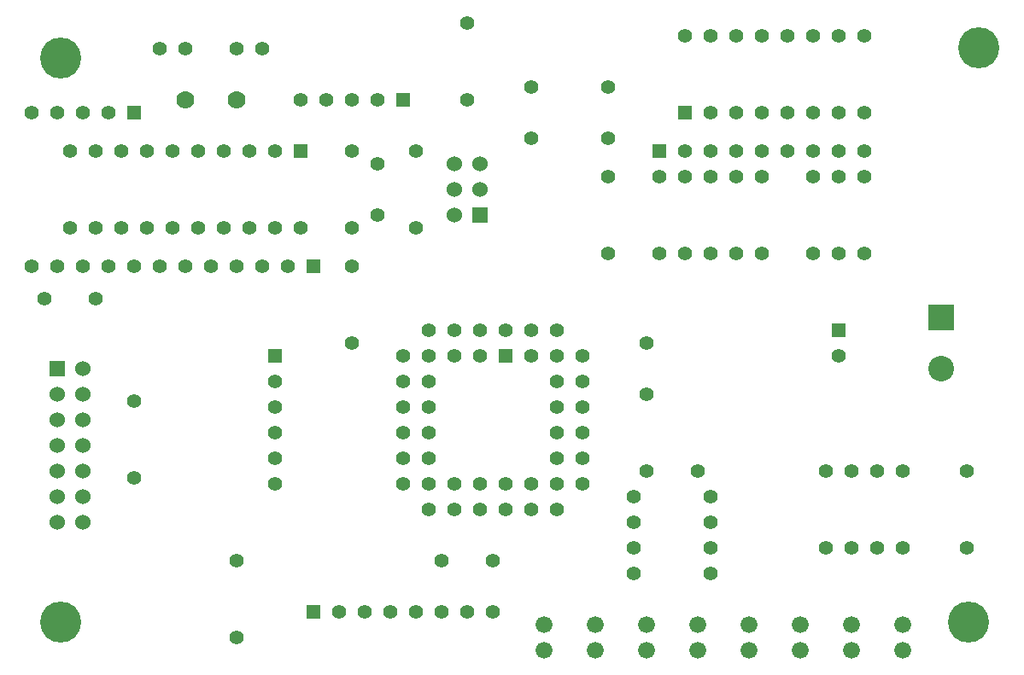
<source format=gtl>
%TF.GenerationSoftware,KiCad,Pcbnew,(5.1.9-0-10_14)*%
%TF.CreationDate,2021-04-13T22:01:43-04:00*%
%TF.ProjectId,Xilinx_XC9536XL_EVB,58696c69-6e78-45f5-9843-39353336584c,rev?*%
%TF.SameCoordinates,Original*%
%TF.FileFunction,Copper,L1,Top*%
%TF.FilePolarity,Positive*%
%FSLAX46Y46*%
G04 Gerber Fmt 4.6, Leading zero omitted, Abs format (unit mm)*
G04 Created by KiCad (PCBNEW (5.1.9-0-10_14)) date 2021-04-13 22:01:43*
%MOMM*%
%LPD*%
G01*
G04 APERTURE LIST*
%TA.AperFunction,ComponentPad*%
%ADD10R,2.540000X2.540000*%
%TD*%
%TA.AperFunction,ComponentPad*%
%ADD11C,2.540000*%
%TD*%
%TA.AperFunction,ComponentPad*%
%ADD12R,1.397000X1.397000*%
%TD*%
%TA.AperFunction,ComponentPad*%
%ADD13C,1.397000*%
%TD*%
%TA.AperFunction,ComponentPad*%
%ADD14R,1.524000X1.524000*%
%TD*%
%TA.AperFunction,ComponentPad*%
%ADD15C,1.524000*%
%TD*%
%TA.AperFunction,ComponentPad*%
%ADD16C,4.064000*%
%TD*%
%TA.AperFunction,ComponentPad*%
%ADD17C,1.778000*%
%TD*%
%TA.AperFunction,ComponentPad*%
%ADD18C,1.676400*%
%TD*%
G04 APERTURE END LIST*
D10*
%TO.P,P2,1*%
%TO.N,+3.3V*%
X142240000Y-50800000D03*
D11*
%TO.P,P2,2*%
%TO.N,GND*%
X142240000Y-55880000D03*
%TD*%
D12*
%TO.P,C4,1*%
%TO.N,+3.3V*%
X132080000Y-52070000D03*
D13*
%TO.P,C4,2*%
%TO.N,GND*%
X132080000Y-54610000D03*
%TD*%
%TO.P,C5,1*%
%TO.N,N-000055*%
X58420000Y-48895000D03*
%TO.P,C5,2*%
%TO.N,GND*%
X53340000Y-48895000D03*
%TD*%
%TO.P,C3,1*%
%TO.N,+3.3V*%
X113030000Y-66040000D03*
%TO.P,C3,2*%
%TO.N,GND*%
X118110000Y-66040000D03*
%TD*%
%TO.P,C2,1*%
%TO.N,+3.3V*%
X113030000Y-53340000D03*
%TO.P,C2,2*%
%TO.N,GND*%
X113030000Y-58420000D03*
%TD*%
%TO.P,C1,1*%
%TO.N,+3.3V*%
X92710000Y-74930000D03*
%TO.P,C1,2*%
%TO.N,GND*%
X97790000Y-74930000D03*
%TD*%
D14*
%TO.P,P1,1*%
%TO.N,GND*%
X54610000Y-55880000D03*
D15*
%TO.P,P1,2*%
%TO.N,N-000055*%
X57150000Y-55880000D03*
%TO.P,P1,3*%
%TO.N,GND*%
X54610000Y-58420000D03*
%TO.P,P1,4*%
%TO.N,/TMS*%
X57150000Y-58420000D03*
%TO.P,P1,5*%
%TO.N,GND*%
X54610000Y-60960000D03*
%TO.P,P1,6*%
%TO.N,/TCK*%
X57150000Y-60960000D03*
%TO.P,P1,7*%
%TO.N,GND*%
X54610000Y-63500000D03*
%TO.P,P1,8*%
%TO.N,N-000047*%
X57150000Y-63500000D03*
%TO.P,P1,9*%
%TO.N,GND*%
X54610000Y-66040000D03*
%TO.P,P1,10*%
%TO.N,N-000048*%
X57150000Y-66040000D03*
%TO.P,P1,11*%
%TO.N,GND*%
X54610000Y-68580000D03*
%TO.P,P1,12*%
%TO.N,N/C*%
X57150000Y-68580000D03*
%TO.P,P1,13*%
%TO.N,GND*%
X54610000Y-71120000D03*
%TO.P,P1,14*%
%TO.N,N/C*%
X57150000Y-71120000D03*
%TD*%
D12*
%TO.P,U1,1*%
%TO.N,/S2*%
X99060000Y-54610000D03*
D13*
%TO.P,U1,2*%
%TO.N,/RESET*%
X96520000Y-52070000D03*
%TO.P,U1,3*%
%TO.N,N-000025*%
X96520000Y-54610000D03*
%TO.P,U1,4*%
%TO.N,/MISO*%
X93980000Y-52070000D03*
%TO.P,U1,5*%
%TO.N,/SCK*%
X93980000Y-54610000D03*
%TO.P,U1,6*%
%TO.N,/MOSI*%
X91440000Y-52070000D03*
%TO.P,U1,7*%
%TO.N,N-000071*%
X88900000Y-54610000D03*
%TO.P,U1,8*%
%TO.N,N-000004*%
X91440000Y-54610000D03*
%TO.P,U1,9*%
%TO.N,N-000005*%
X88900000Y-57150000D03*
%TO.P,U1,10*%
%TO.N,GND*%
X91440000Y-57150000D03*
%TO.P,U1,11*%
%TO.N,N-000007*%
X88900000Y-59690000D03*
%TO.P,U1,12*%
%TO.N,N-000008*%
X91440000Y-59690000D03*
%TO.P,U1,13*%
%TO.N,N-000010*%
X88900000Y-62230000D03*
%TO.P,U1,14*%
%TO.N,N-000011*%
X91440000Y-62230000D03*
%TO.P,U1,15*%
%TO.N,/TDI*%
X88900000Y-64770000D03*
%TO.P,U1,16*%
%TO.N,/TMS*%
X91440000Y-64770000D03*
%TO.P,U1,17*%
%TO.N,/TCK*%
X88900000Y-67310000D03*
%TO.P,U1,18*%
%TO.N,/O2*%
X91440000Y-69850000D03*
%TO.P,U1,19*%
%TO.N,/O1*%
X91440000Y-67310000D03*
%TO.P,U1,20*%
%TO.N,/O3*%
X93980000Y-69850000D03*
%TO.P,U1,21*%
%TO.N,+3.3V*%
X93980000Y-67310000D03*
%TO.P,U1,22*%
%TO.N,/O4*%
X96520000Y-69850000D03*
%TO.P,U1,23*%
%TO.N,GND*%
X96520000Y-67310000D03*
%TO.P,U1,24*%
%TO.N,/O6*%
X99060000Y-69850000D03*
%TO.P,U1,25*%
%TO.N,/O5*%
X99060000Y-67310000D03*
%TO.P,U1,26*%
%TO.N,/L8*%
X101600000Y-69850000D03*
%TO.P,U1,27*%
%TO.N,/L7*%
X101600000Y-67310000D03*
%TO.P,U1,28*%
%TO.N,/L6*%
X104140000Y-69850000D03*
%TO.P,U1,29*%
%TO.N,/L5*%
X106680000Y-67310000D03*
%TO.P,U1,30*%
%TO.N,/TDO*%
X104140000Y-67310000D03*
%TO.P,U1,31*%
%TO.N,GND*%
X106680000Y-64770000D03*
%TO.P,U1,32*%
%TO.N,+3.3V*%
X104140000Y-64770000D03*
%TO.P,U1,33*%
%TO.N,/L4*%
X106680000Y-62230000D03*
%TO.P,U1,34*%
%TO.N,/L3*%
X104140000Y-62230000D03*
%TO.P,U1,35*%
%TO.N,/L2*%
X106680000Y-59690000D03*
%TO.P,U1,36*%
%TO.N,/L1*%
X104140000Y-59690000D03*
%TO.P,U1,37*%
%TO.N,/S8*%
X106680000Y-57150000D03*
%TO.P,U1,38*%
%TO.N,/S7*%
X104140000Y-57150000D03*
%TO.P,U1,39*%
%TO.N,/S6*%
X106680000Y-54610000D03*
%TO.P,U1,40*%
%TO.N,/S5*%
X104140000Y-52070000D03*
%TO.P,U1,41*%
%TO.N,+3.3V*%
X104140000Y-54610000D03*
%TO.P,U1,42*%
%TO.N,/S3*%
X101600000Y-52070000D03*
%TO.P,U1,43*%
%TO.N,/S4*%
X101600000Y-54610000D03*
%TO.P,U1,44*%
%TO.N,/S1*%
X99060000Y-52070000D03*
%TD*%
%TO.P,R1,1*%
%TO.N,N-000020*%
X138430000Y-73660000D03*
%TO.P,R1,2*%
%TO.N,/L1*%
X138430000Y-66040000D03*
%TD*%
%TO.P,R2,1*%
%TO.N,N-000021*%
X135890000Y-73660000D03*
%TO.P,R2,2*%
%TO.N,/L2*%
X135890000Y-66040000D03*
%TD*%
D16*
%TO.P,1PIN,1*%
%TO.N,N/C*%
X145999200Y-24000460D03*
%TD*%
%TO.P,1PIN,1*%
%TO.N,N/C*%
X145000980Y-81000600D03*
%TD*%
%TO.P,1PIN,1*%
%TO.N,N/C*%
X55001160Y-81000600D03*
%TD*%
%TO.P,1PIN,1*%
%TO.N,N/C*%
X55001160Y-25001220D03*
%TD*%
D13*
%TO.P,C8,1*%
%TO.N,N-000046*%
X67310000Y-24130000D03*
%TO.P,C8,2*%
%TO.N,GND*%
X64770000Y-24130000D03*
%TD*%
%TO.P,C7,1*%
%TO.N,N-000045*%
X72390000Y-24130000D03*
%TO.P,C7,2*%
%TO.N,GND*%
X74930000Y-24130000D03*
%TD*%
%TO.P,C6,1*%
%TO.N,/3V3P*%
X86360000Y-40640000D03*
%TO.P,C6,2*%
%TO.N,GND*%
X86360000Y-35560000D03*
%TD*%
D17*
%TO.P,X1,1*%
%TO.N,N-000045*%
X72390000Y-29210000D03*
%TO.P,X1,2*%
%TO.N,N-000046*%
X67310000Y-29210000D03*
%TD*%
D14*
%TO.P,P3,1*%
%TO.N,/MISO*%
X96520000Y-40640000D03*
D15*
%TO.P,P3,2*%
%TO.N,/3V3P*%
X93980000Y-40640000D03*
%TO.P,P3,3*%
%TO.N,/SCK*%
X96520000Y-38100000D03*
%TO.P,P3,4*%
%TO.N,/MOSI*%
X93980000Y-38100000D03*
%TO.P,P3,5*%
%TO.N,/RESET*%
X96520000Y-35560000D03*
%TO.P,P3,6*%
%TO.N,GND*%
X93980000Y-35560000D03*
%TD*%
D13*
%TO.P,R3,1*%
%TO.N,N-000019*%
X133350000Y-73660000D03*
%TO.P,R3,2*%
%TO.N,/L3*%
X133350000Y-66040000D03*
%TD*%
D12*
%TO.P,IC1,1*%
%TO.N,/RESET*%
X78740000Y-34290000D03*
D13*
%TO.P,IC1,2*%
%TO.N,N-000058*%
X76200000Y-34290000D03*
%TO.P,IC1,3*%
%TO.N,N-000057*%
X73660000Y-34290000D03*
%TO.P,IC1,4*%
%TO.N,N-000045*%
X71120000Y-34290000D03*
%TO.P,IC1,5*%
%TO.N,N-000046*%
X68580000Y-34290000D03*
%TO.P,IC1,6*%
%TO.N,N-000059*%
X66040000Y-34290000D03*
%TO.P,IC1,7*%
%TO.N,N-000060*%
X63500000Y-34290000D03*
%TO.P,IC1,8*%
%TO.N,N-000061*%
X60960000Y-34290000D03*
%TO.P,IC1,9*%
%TO.N,N-000062*%
X58420000Y-34290000D03*
%TO.P,IC1,10*%
%TO.N,GND*%
X55880000Y-34290000D03*
%TO.P,IC1,11*%
%TO.N,/PD6*%
X55880000Y-41910000D03*
%TO.P,IC1,12*%
%TO.N,N-000063*%
X58420000Y-41910000D03*
%TO.P,IC1,13*%
%TO.N,N-000069*%
X60960000Y-41910000D03*
%TO.P,IC1,14*%
%TO.N,N-000064*%
X63500000Y-41910000D03*
%TO.P,IC1,15*%
%TO.N,N-000068*%
X66040000Y-41910000D03*
%TO.P,IC1,16*%
%TO.N,N-000071*%
X68580000Y-41910000D03*
%TO.P,IC1,17*%
%TO.N,/MOSI*%
X71120000Y-41910000D03*
%TO.P,IC1,18*%
%TO.N,/MISO*%
X73660000Y-41910000D03*
%TO.P,IC1,19*%
%TO.N,/SCK*%
X76200000Y-41910000D03*
%TO.P,IC1,20*%
%TO.N,/3V3P*%
X78740000Y-41910000D03*
%TD*%
%TO.P,R4,1*%
%TO.N,N-000017*%
X130810000Y-73660000D03*
%TO.P,R4,2*%
%TO.N,/L4*%
X130810000Y-66040000D03*
%TD*%
D12*
%TO.P,P6,1*%
%TO.N,/3V3P*%
X80010000Y-45720000D03*
D13*
%TO.P,P6,2*%
%TO.N,/SCK*%
X77470000Y-45720000D03*
%TO.P,P6,3*%
%TO.N,/MISO*%
X74930000Y-45720000D03*
%TO.P,P6,4*%
%TO.N,/MOSI*%
X72390000Y-45720000D03*
%TO.P,P6,5*%
%TO.N,N-000071*%
X69850000Y-45720000D03*
%TO.P,P6,6*%
%TO.N,N-000068*%
X67310000Y-45720000D03*
%TO.P,P6,7*%
%TO.N,N-000064*%
X64770000Y-45720000D03*
%TO.P,P6,8*%
%TO.N,N-000069*%
X62230000Y-45720000D03*
%TO.P,P6,9*%
%TO.N,N-000063*%
X59690000Y-45720000D03*
%TO.P,P6,10*%
%TO.N,/PD6*%
X57150000Y-45720000D03*
%TO.P,P6,11*%
%TO.N,GND*%
X54610000Y-45720000D03*
%TO.P,P6,12*%
X52070000Y-45720000D03*
%TD*%
D12*
%TO.P,P5,1*%
%TO.N,N-000059*%
X62230000Y-30480000D03*
D13*
%TO.P,P5,2*%
%TO.N,N-000060*%
X59690000Y-30480000D03*
%TO.P,P5,3*%
%TO.N,N-000061*%
X57150000Y-30480000D03*
%TO.P,P5,4*%
%TO.N,N-000062*%
X54610000Y-30480000D03*
%TO.P,P5,5*%
%TO.N,GND*%
X52070000Y-30480000D03*
%TD*%
D12*
%TO.P,P4,1*%
%TO.N,+3.3V*%
X88900000Y-29210000D03*
D13*
%TO.P,P4,2*%
%TO.N,/RESET*%
X86360000Y-29210000D03*
%TO.P,P4,3*%
%TO.N,N-000058*%
X83820000Y-29210000D03*
%TO.P,P4,4*%
%TO.N,N-000057*%
X81280000Y-29210000D03*
%TO.P,P4,5*%
%TO.N,GND*%
X78740000Y-29210000D03*
%TD*%
%TO.P,R5,1*%
%TO.N,N-000016*%
X119380000Y-68580000D03*
%TO.P,R5,2*%
%TO.N,/L5*%
X111760000Y-68580000D03*
%TD*%
D12*
%TO.P,SW2,1*%
%TO.N,N-000075*%
X116840000Y-30480000D03*
D13*
%TO.P,SW2,2*%
%TO.N,N-000041*%
X119380000Y-30480000D03*
%TO.P,SW2,3*%
%TO.N,N-000074*%
X121920000Y-30480000D03*
%TO.P,SW2,4*%
%TO.N,N-000042*%
X124460000Y-30480000D03*
%TO.P,SW2,5*%
%TO.N,N-000073*%
X127000000Y-30480000D03*
%TO.P,SW2,6*%
%TO.N,N-000043*%
X129540000Y-30480000D03*
%TO.P,SW2,7*%
%TO.N,N-000072*%
X132080000Y-30480000D03*
%TO.P,SW2,8*%
%TO.N,N-000044*%
X134620000Y-30480000D03*
%TO.P,SW2,9*%
%TO.N,GND*%
X134620000Y-22860000D03*
%TO.P,SW2,10*%
X132080000Y-22860000D03*
%TO.P,SW2,11*%
X129540000Y-22860000D03*
%TO.P,SW2,12*%
X127000000Y-22860000D03*
%TO.P,SW2,13*%
X124460000Y-22860000D03*
%TO.P,SW2,14*%
X121920000Y-22860000D03*
%TO.P,SW2,15*%
X119380000Y-22860000D03*
%TO.P,SW2,16*%
X116840000Y-22860000D03*
%TD*%
D18*
%TO.P,D8,1*%
%TO.N,N-000018*%
X102870000Y-83820000D03*
%TO.P,D8,2*%
%TO.N,N-000022*%
X102870000Y-81280000D03*
%TD*%
%TO.P,D7,1*%
%TO.N,N-000018*%
X107950000Y-83820000D03*
%TO.P,D7,2*%
%TO.N,N-000014*%
X107950000Y-81280000D03*
%TD*%
%TO.P,D6,1*%
%TO.N,N-000018*%
X113030000Y-83820000D03*
%TO.P,D6,2*%
%TO.N,N-000015*%
X113030000Y-81280000D03*
%TD*%
%TO.P,D5,1*%
%TO.N,N-000018*%
X118110000Y-83820000D03*
%TO.P,D5,2*%
%TO.N,N-000016*%
X118110000Y-81280000D03*
%TD*%
%TO.P,D4,1*%
%TO.N,N-000018*%
X123190000Y-83820000D03*
%TO.P,D4,2*%
%TO.N,N-000017*%
X123190000Y-81280000D03*
%TD*%
%TO.P,D3,1*%
%TO.N,N-000018*%
X128270000Y-83820000D03*
%TO.P,D3,2*%
%TO.N,N-000019*%
X128270000Y-81280000D03*
%TD*%
%TO.P,D2,1*%
%TO.N,N-000018*%
X133350000Y-83820000D03*
%TO.P,D2,2*%
%TO.N,N-000021*%
X133350000Y-81280000D03*
%TD*%
%TO.P,D1,1*%
%TO.N,N-000018*%
X138430000Y-83820000D03*
%TO.P,D1,2*%
%TO.N,N-000020*%
X138430000Y-81280000D03*
%TD*%
D13*
%TO.P,R23,1*%
%TO.N,N-000044*%
X134620000Y-36830000D03*
%TO.P,R23,2*%
%TO.N,/S8*%
X134620000Y-44450000D03*
%TD*%
%TO.P,R22,1*%
%TO.N,N-000072*%
X132080000Y-36830000D03*
%TO.P,R22,2*%
%TO.N,/S7*%
X132080000Y-44450000D03*
%TD*%
%TO.P,R21,1*%
%TO.N,N-000043*%
X129540000Y-36830000D03*
%TO.P,R21,2*%
%TO.N,/S6*%
X129540000Y-44450000D03*
%TD*%
%TO.P,R20,1*%
%TO.N,N-000073*%
X124460000Y-36830000D03*
%TO.P,R20,2*%
%TO.N,/S5*%
X124460000Y-44450000D03*
%TD*%
%TO.P,R19,1*%
%TO.N,N-000042*%
X121920000Y-36830000D03*
%TO.P,R19,2*%
%TO.N,/S4*%
X121920000Y-44450000D03*
%TD*%
%TO.P,R18,1*%
%TO.N,N-000074*%
X119380000Y-36830000D03*
%TO.P,R18,2*%
%TO.N,/S3*%
X119380000Y-44450000D03*
%TD*%
%TO.P,R17,1*%
%TO.N,N-000041*%
X116840000Y-36830000D03*
%TO.P,R17,2*%
%TO.N,/S2*%
X116840000Y-44450000D03*
%TD*%
%TO.P,R16,1*%
%TO.N,N-000075*%
X114300000Y-36830000D03*
%TO.P,R16,2*%
%TO.N,/S1*%
X114300000Y-44450000D03*
%TD*%
%TO.P,R15,1*%
%TO.N,N-000024*%
X109220000Y-36830000D03*
%TO.P,R15,2*%
%TO.N,N-000025*%
X109220000Y-44450000D03*
%TD*%
%TO.P,R14,1*%
%TO.N,N-000024*%
X95250000Y-29210000D03*
%TO.P,R14,2*%
%TO.N,GND*%
X95250000Y-21590000D03*
%TD*%
%TO.P,R13,1*%
%TO.N,/TDI*%
X62230000Y-59055000D03*
%TO.P,R13,2*%
%TO.N,N-000048*%
X62230000Y-66675000D03*
%TD*%
%TO.P,R12,1*%
%TO.N,/TDO*%
X72390000Y-82550000D03*
%TO.P,R12,2*%
%TO.N,N-000047*%
X72390000Y-74930000D03*
%TD*%
%TO.P,R11,1*%
%TO.N,N-000055*%
X83820000Y-53340000D03*
%TO.P,R11,2*%
%TO.N,/3V3P*%
X83820000Y-45720000D03*
%TD*%
%TO.P,R10,1*%
%TO.N,+3.3V*%
X90170000Y-34290000D03*
%TO.P,R10,2*%
%TO.N,/3V3P*%
X90170000Y-41910000D03*
%TD*%
%TO.P,R9,1*%
%TO.N,/3V3P*%
X83820000Y-41910000D03*
%TO.P,R9,2*%
%TO.N,/RESET*%
X83820000Y-34290000D03*
%TD*%
%TO.P,R8,1*%
%TO.N,N-000022*%
X119380000Y-76200000D03*
%TO.P,R8,2*%
%TO.N,/L8*%
X111760000Y-76200000D03*
%TD*%
%TO.P,R7,1*%
%TO.N,N-000014*%
X119380000Y-73660000D03*
%TO.P,R7,2*%
%TO.N,/L7*%
X111760000Y-73660000D03*
%TD*%
%TO.P,R6,1*%
%TO.N,N-000015*%
X119380000Y-71120000D03*
%TO.P,R6,2*%
%TO.N,/L6*%
X111760000Y-71120000D03*
%TD*%
D12*
%TO.P,RR1,1*%
%TO.N,+3.3V*%
X114300000Y-34290000D03*
D13*
%TO.P,RR1,2*%
%TO.N,N-000075*%
X116840000Y-34290000D03*
%TO.P,RR1,3*%
%TO.N,N-000041*%
X119380000Y-34290000D03*
%TO.P,RR1,4*%
%TO.N,N-000074*%
X121920000Y-34290000D03*
%TO.P,RR1,5*%
%TO.N,N-000042*%
X124460000Y-34290000D03*
%TO.P,RR1,6*%
%TO.N,N-000073*%
X127000000Y-34290000D03*
%TO.P,RR1,7*%
%TO.N,N-000043*%
X129540000Y-34290000D03*
%TO.P,RR1,8*%
%TO.N,N-000072*%
X132080000Y-34290000D03*
%TO.P,RR1,9*%
%TO.N,N-000044*%
X134620000Y-34290000D03*
%TD*%
%TO.P,SW1,1*%
%TO.N,N-000024*%
X109220000Y-27940000D03*
%TO.P,SW1,2*%
%TO.N,+3.3V*%
X109220000Y-33020000D03*
%TO.P,SW1,1*%
%TO.N,N-000024*%
X101600000Y-27940000D03*
%TO.P,SW1,2*%
%TO.N,+3.3V*%
X101600000Y-33020000D03*
%TD*%
D12*
%TO.P,P7,1*%
%TO.N,N-000004*%
X76200000Y-54610000D03*
D13*
%TO.P,P7,2*%
%TO.N,N-000005*%
X76200000Y-57150000D03*
%TO.P,P7,3*%
%TO.N,N-000007*%
X76200000Y-59690000D03*
%TO.P,P7,4*%
%TO.N,N-000008*%
X76200000Y-62230000D03*
%TO.P,P7,5*%
%TO.N,N-000010*%
X76200000Y-64770000D03*
%TO.P,P7,6*%
%TO.N,N-000011*%
X76200000Y-67310000D03*
%TD*%
D12*
%TO.P,P8,1*%
%TO.N,/O1*%
X80010000Y-80010000D03*
D13*
%TO.P,P8,2*%
%TO.N,/O2*%
X82550000Y-80010000D03*
%TO.P,P8,3*%
%TO.N,+3.3V*%
X85090000Y-80010000D03*
%TO.P,P8,4*%
%TO.N,/O3*%
X87630000Y-80010000D03*
%TO.P,P8,5*%
%TO.N,GND*%
X90170000Y-80010000D03*
%TO.P,P8,6*%
%TO.N,/O4*%
X92710000Y-80010000D03*
%TO.P,P8,7*%
%TO.N,/O5*%
X95250000Y-80010000D03*
%TO.P,P8,8*%
%TO.N,/O6*%
X97790000Y-80010000D03*
%TD*%
%TO.P,R24,1*%
%TO.N,+3.3V*%
X144780000Y-66040000D03*
%TO.P,R24,2*%
%TO.N,N-000018*%
X144780000Y-73660000D03*
%TD*%
M02*

</source>
